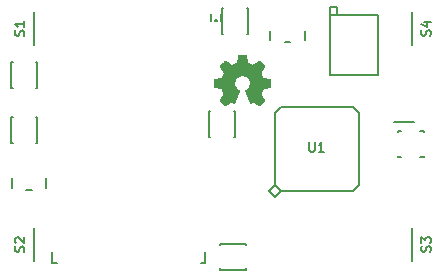
<source format=gto>
G04 #@! TF.FileFunction,Legend,Top*
%FSLAX46Y46*%
G04 Gerber Fmt 4.6, Leading zero omitted, Abs format (unit mm)*
G04 Created by KiCad (PCBNEW (2016-04-26 BZR 6712, Git b92ad6f)-product) date 03/05/2016 22:11:21*
%MOMM*%
%LPD*%
G01*
G04 APERTURE LIST*
%ADD10C,0.100000*%
%ADD11C,0.150000*%
%ADD12C,0.200000*%
%ADD13C,0.160000*%
G04 APERTURE END LIST*
D10*
D11*
X208650000Y-91000000D02*
X206950000Y-91000000D01*
D12*
X197400000Y-89800000D02*
X196900000Y-90300000D01*
X203500000Y-89800000D02*
X204000000Y-90300000D01*
X203500000Y-96900000D02*
X204000000Y-96400000D01*
X196900000Y-96400000D02*
X196900000Y-90300000D01*
X197400000Y-89800000D02*
X203500000Y-89800000D01*
X204000000Y-90300000D02*
X204000000Y-96400000D01*
X203500000Y-96900000D02*
X197400000Y-96900000D01*
X196900000Y-96400000D02*
X196400000Y-96900000D01*
X196400000Y-96900000D02*
X196900000Y-97400000D01*
X196900000Y-97400000D02*
X197400000Y-96900000D01*
X196900000Y-96400000D02*
X197400000Y-96900000D01*
X202151000Y-81965000D02*
X202151000Y-81330000D01*
X202151000Y-81330000D02*
X201516000Y-81330000D01*
X201516000Y-81330000D02*
X201516000Y-81965000D01*
X201516000Y-81965000D02*
X201516000Y-87045000D01*
X201516000Y-87045000D02*
X205580000Y-87045000D01*
X205580000Y-87045000D02*
X205580000Y-81965000D01*
X205580000Y-81965000D02*
X201516000Y-81965000D01*
D11*
X176500000Y-84500000D02*
X176500000Y-81700000D01*
X192000000Y-82500000D02*
X191800000Y-82500000D01*
X191800000Y-82500000D02*
X191800000Y-82400000D01*
X191800000Y-82400000D02*
X192000000Y-82400000D01*
X192000000Y-82400000D02*
X192000000Y-82500000D01*
X191500000Y-82500000D02*
X191500000Y-81900000D01*
X192300000Y-82500000D02*
X192300000Y-81900000D01*
X208500000Y-100000000D02*
X208500000Y-102800000D01*
X176500000Y-102800000D02*
X176500000Y-100000000D01*
X208500000Y-81700000D02*
X208500000Y-84500000D01*
X207600000Y-91800000D02*
X207300000Y-91800000D01*
X207300000Y-91800000D02*
X207300000Y-91900000D01*
X209500000Y-91900000D02*
X209500000Y-91800000D01*
X209500000Y-91800000D02*
X209200000Y-91800000D01*
X209200000Y-94000000D02*
X209500000Y-94000000D01*
X209500000Y-94000000D02*
X209500000Y-93900000D01*
X207300000Y-93900000D02*
X207300000Y-94000000D01*
X207300000Y-94000000D02*
X207600000Y-94000000D01*
D12*
X176300000Y-96800000D02*
X175800000Y-96800000D01*
X174600000Y-96600000D02*
X174600000Y-95800000D01*
X177500000Y-96600000D02*
X177500000Y-95800000D01*
X198200000Y-84300000D02*
X197700000Y-84300000D01*
X196500000Y-84100000D02*
X196500000Y-83300000D01*
X199400000Y-84100000D02*
X199400000Y-83300000D01*
D11*
X194580000Y-81392000D02*
X194480000Y-81392000D01*
X194580000Y-83592000D02*
X194480000Y-83592000D01*
X192380000Y-83592000D02*
X192480000Y-83592000D01*
X192380000Y-81392000D02*
X192480000Y-81392000D01*
X194580000Y-83592000D02*
X194580000Y-81392000D01*
X192380000Y-81392000D02*
X192380000Y-83592000D01*
X193480000Y-90120000D02*
X193380000Y-90120000D01*
X193480000Y-92320000D02*
X193380000Y-92320000D01*
X191280000Y-92320000D02*
X191380000Y-92320000D01*
X191280000Y-90120000D02*
X191380000Y-90120000D01*
X193480000Y-92320000D02*
X193480000Y-90120000D01*
X191280000Y-90120000D02*
X191280000Y-92320000D01*
X174580387Y-88166327D02*
X174680387Y-88166327D01*
X174580387Y-85966327D02*
X174680387Y-85966327D01*
X176780387Y-85966327D02*
X176680387Y-85966327D01*
X176780387Y-88166327D02*
X176680387Y-88166327D01*
X174580387Y-85966327D02*
X174580387Y-88166327D01*
X176780387Y-88166327D02*
X176780387Y-85966327D01*
X192250000Y-101320000D02*
X192250000Y-101420000D01*
X194450000Y-101320000D02*
X194450000Y-101420000D01*
X194450000Y-103520000D02*
X194450000Y-103420000D01*
X192250000Y-103520000D02*
X192250000Y-103420000D01*
X194450000Y-101320000D02*
X192250000Y-101320000D01*
X192250000Y-103520000D02*
X194450000Y-103520000D01*
X176780000Y-90620000D02*
X176680000Y-90620000D01*
X176780000Y-92820000D02*
X176680000Y-92820000D01*
X174580000Y-92820000D02*
X174680000Y-92820000D01*
X174580000Y-90620000D02*
X174680000Y-90620000D01*
X176780000Y-92820000D02*
X176780000Y-90620000D01*
X174580000Y-90620000D02*
X174580000Y-92820000D01*
D10*
G36*
X196465375Y-87736490D02*
X196465366Y-87801372D01*
X196465321Y-87856498D01*
X196465212Y-87902697D01*
X196465012Y-87940797D01*
X196464694Y-87971625D01*
X196464230Y-87996009D01*
X196463592Y-88014778D01*
X196462753Y-88028759D01*
X196461686Y-88038781D01*
X196460363Y-88045671D01*
X196458757Y-88050257D01*
X196456840Y-88053367D01*
X196454792Y-88055625D01*
X196445561Y-88063373D01*
X196439587Y-88066208D01*
X196433308Y-88067183D01*
X196416871Y-88070078D01*
X196390514Y-88074848D01*
X196354478Y-88081450D01*
X196309005Y-88089838D01*
X196254332Y-88099969D01*
X196190702Y-88111797D01*
X196118354Y-88125279D01*
X196037528Y-88140369D01*
X195948464Y-88157025D01*
X195922122Y-88161955D01*
X195893138Y-88167882D01*
X195872942Y-88173325D01*
X195859789Y-88178845D01*
X195852451Y-88184433D01*
X195848077Y-88191938D01*
X195840424Y-88208103D01*
X195829979Y-88231712D01*
X195817227Y-88261549D01*
X195802654Y-88296398D01*
X195786746Y-88335043D01*
X195769988Y-88376269D01*
X195752866Y-88418860D01*
X195735866Y-88461599D01*
X195719474Y-88503272D01*
X195704176Y-88542662D01*
X195690457Y-88578554D01*
X195678803Y-88609731D01*
X195669700Y-88634978D01*
X195663633Y-88653080D01*
X195661089Y-88662819D01*
X195661042Y-88663497D01*
X195662757Y-88669542D01*
X195668116Y-88680362D01*
X195677437Y-88696450D01*
X195691040Y-88718300D01*
X195709243Y-88746407D01*
X195732366Y-88781265D01*
X195760727Y-88823367D01*
X195794646Y-88873209D01*
X195825863Y-88918793D01*
X195856837Y-88964076D01*
X195886007Y-89007019D01*
X195912816Y-89046783D01*
X195936708Y-89082529D01*
X195957127Y-89113417D01*
X195973516Y-89138608D01*
X195985319Y-89157263D01*
X195991981Y-89168542D01*
X195993270Y-89171377D01*
X195992949Y-89174884D01*
X195990455Y-89180092D01*
X195985261Y-89187564D01*
X195976842Y-89197861D01*
X195964673Y-89211545D01*
X195948227Y-89229177D01*
X195926979Y-89251319D01*
X195900403Y-89278532D01*
X195867973Y-89311379D01*
X195829164Y-89350420D01*
X195783450Y-89396218D01*
X195773419Y-89406252D01*
X195726350Y-89453266D01*
X195686147Y-89493282D01*
X195652241Y-89526831D01*
X195624060Y-89554446D01*
X195601035Y-89576659D01*
X195582598Y-89594002D01*
X195568177Y-89607009D01*
X195557203Y-89616211D01*
X195549107Y-89622140D01*
X195543319Y-89625330D01*
X195539268Y-89626312D01*
X195538020Y-89626209D01*
X195530900Y-89622737D01*
X195516107Y-89613888D01*
X195494657Y-89600326D01*
X195467567Y-89582714D01*
X195435856Y-89561715D01*
X195400539Y-89537992D01*
X195362634Y-89512208D01*
X195352272Y-89505105D01*
X195311116Y-89476855D01*
X195270001Y-89448646D01*
X195230372Y-89421467D01*
X195193676Y-89396310D01*
X195161357Y-89374166D01*
X195134863Y-89356026D01*
X195115638Y-89342882D01*
X195115551Y-89342822D01*
X195091993Y-89327254D01*
X195070700Y-89314138D01*
X195053551Y-89304563D01*
X195042425Y-89299615D01*
X195040152Y-89299175D01*
X195032355Y-89301581D01*
X195016718Y-89308326D01*
X194994707Y-89318708D01*
X194967787Y-89332024D01*
X194937424Y-89347571D01*
X194918720Y-89357383D01*
X194887275Y-89373859D01*
X194858682Y-89388525D01*
X194834348Y-89400686D01*
X194815679Y-89409645D01*
X194804081Y-89414706D01*
X194801102Y-89415583D01*
X194792724Y-89411534D01*
X194785614Y-89403621D01*
X194782545Y-89397164D01*
X194775721Y-89381588D01*
X194765419Y-89357557D01*
X194751918Y-89325737D01*
X194735498Y-89286792D01*
X194716437Y-89241387D01*
X194695014Y-89190188D01*
X194671507Y-89133858D01*
X194646195Y-89073063D01*
X194619357Y-89008468D01*
X194591272Y-88940737D01*
X194568714Y-88886243D01*
X194530802Y-88794439D01*
X194496961Y-88712176D01*
X194467114Y-88639258D01*
X194441184Y-88575490D01*
X194419092Y-88520678D01*
X194400761Y-88474625D01*
X194386114Y-88437138D01*
X194375071Y-88408020D01*
X194367556Y-88387076D01*
X194363491Y-88374112D01*
X194362708Y-88369140D01*
X194368951Y-88360034D01*
X194382677Y-88347959D01*
X194400893Y-88335305D01*
X194435619Y-88312275D01*
X194472062Y-88286135D01*
X194507617Y-88258894D01*
X194539677Y-88232558D01*
X194565638Y-88209137D01*
X194569439Y-88205408D01*
X194623331Y-88144469D01*
X194668465Y-88078410D01*
X194704778Y-88008140D01*
X194732206Y-87934566D01*
X194750687Y-87858595D01*
X194760158Y-87781137D01*
X194760556Y-87703098D01*
X194751819Y-87625387D01*
X194733883Y-87548911D01*
X194706686Y-87474579D01*
X194670164Y-87403297D01*
X194629208Y-87342420D01*
X194574132Y-87278221D01*
X194512986Y-87222552D01*
X194446316Y-87175686D01*
X194374667Y-87137894D01*
X194298587Y-87109446D01*
X194218620Y-87090615D01*
X194135315Y-87081671D01*
X194102646Y-87080921D01*
X194017759Y-87085872D01*
X193936661Y-87100691D01*
X193859479Y-87125327D01*
X193786338Y-87159730D01*
X193717365Y-87203849D01*
X193652688Y-87257634D01*
X193646441Y-87263561D01*
X193588903Y-87325595D01*
X193541023Y-87391955D01*
X193502791Y-87462662D01*
X193474197Y-87537740D01*
X193455232Y-87617209D01*
X193445886Y-87701091D01*
X193445377Y-87712312D01*
X193446360Y-87793171D01*
X193455923Y-87869031D01*
X193474425Y-87941556D01*
X193502225Y-88012413D01*
X193516261Y-88041112D01*
X193552860Y-88103314D01*
X193596462Y-88161255D01*
X193647885Y-88215771D01*
X193707948Y-88267698D01*
X193777469Y-88317871D01*
X193804399Y-88335305D01*
X193823407Y-88348573D01*
X193836822Y-88360548D01*
X193842583Y-88369140D01*
X193841503Y-88375213D01*
X193837042Y-88389093D01*
X193829122Y-88410974D01*
X193817665Y-88441053D01*
X193802594Y-88479524D01*
X193783831Y-88526582D01*
X193761298Y-88582423D01*
X193734918Y-88647242D01*
X193704612Y-88721234D01*
X193670303Y-88804594D01*
X193636577Y-88886243D01*
X193607714Y-88955956D01*
X193579880Y-89023050D01*
X193553356Y-89086862D01*
X193528419Y-89146727D01*
X193505349Y-89201979D01*
X193484424Y-89251954D01*
X193465923Y-89295987D01*
X193450125Y-89333413D01*
X193437308Y-89363567D01*
X193427752Y-89385785D01*
X193421734Y-89399401D01*
X193419677Y-89403621D01*
X193411222Y-89412573D01*
X193404189Y-89415583D01*
X193397509Y-89413193D01*
X193382913Y-89406489D01*
X193361808Y-89396165D01*
X193335601Y-89382919D01*
X193305699Y-89367445D01*
X193286572Y-89357383D01*
X193254877Y-89340859D01*
X193225772Y-89326157D01*
X193200721Y-89313980D01*
X193181191Y-89305030D01*
X193168647Y-89300009D01*
X193165140Y-89299175D01*
X193156825Y-89302057D01*
X193141766Y-89309985D01*
X193121841Y-89321871D01*
X193098930Y-89336626D01*
X193089740Y-89342822D01*
X193070561Y-89355935D01*
X193044104Y-89374049D01*
X193011815Y-89396173D01*
X192975140Y-89421315D01*
X192935524Y-89448486D01*
X192894413Y-89476692D01*
X192853253Y-89504944D01*
X192853020Y-89505105D01*
X192814599Y-89531324D01*
X192778497Y-89555659D01*
X192745729Y-89577445D01*
X192717314Y-89596021D01*
X192694269Y-89610722D01*
X192677610Y-89620886D01*
X192668355Y-89625849D01*
X192667271Y-89626209D01*
X192663751Y-89625953D01*
X192658717Y-89623700D01*
X192651602Y-89618917D01*
X192641834Y-89611073D01*
X192628845Y-89599634D01*
X192612063Y-89584069D01*
X192590921Y-89563846D01*
X192564847Y-89538431D01*
X192533273Y-89507292D01*
X192495628Y-89469897D01*
X192451342Y-89425714D01*
X192431872Y-89406252D01*
X192384667Y-89358986D01*
X192344474Y-89318590D01*
X192310771Y-89284504D01*
X192283033Y-89256168D01*
X192260735Y-89233023D01*
X192243354Y-89214508D01*
X192230366Y-89200064D01*
X192221247Y-89189132D01*
X192215471Y-89181152D01*
X192212516Y-89175563D01*
X192211857Y-89171807D01*
X192211922Y-89171377D01*
X192215320Y-89164775D01*
X192224186Y-89150311D01*
X192237965Y-89128824D01*
X192256101Y-89101153D01*
X192278038Y-89068137D01*
X192303219Y-89030615D01*
X192331089Y-88989427D01*
X192361091Y-88945411D01*
X192379328Y-88918802D01*
X192417905Y-88862476D01*
X192450668Y-88814279D01*
X192477940Y-88773716D01*
X192500041Y-88740289D01*
X192517291Y-88713504D01*
X192530010Y-88692864D01*
X192538519Y-88677872D01*
X192543139Y-88668034D01*
X192544250Y-88663506D01*
X192542289Y-88655156D01*
X192536732Y-88638258D01*
X192528063Y-88614028D01*
X192516770Y-88583680D01*
X192503336Y-88548432D01*
X192488248Y-88509499D01*
X192471993Y-88468097D01*
X192455055Y-88425441D01*
X192437920Y-88382748D01*
X192421075Y-88341233D01*
X192405005Y-88302112D01*
X192390195Y-88266601D01*
X192377132Y-88235916D01*
X192366301Y-88211272D01*
X192358188Y-88193886D01*
X192353279Y-88184973D01*
X192352841Y-88184433D01*
X192344601Y-88178351D01*
X192330916Y-88172863D01*
X192310039Y-88167405D01*
X192283169Y-88161962D01*
X192198200Y-88146076D01*
X192119551Y-88131395D01*
X192047642Y-88117995D01*
X191982896Y-88105956D01*
X191925734Y-88095354D01*
X191876579Y-88086268D01*
X191835853Y-88078777D01*
X191803978Y-88072958D01*
X191781375Y-88068888D01*
X191768466Y-88066648D01*
X191765448Y-88066208D01*
X191758870Y-88062823D01*
X191750500Y-88055625D01*
X191748275Y-88053139D01*
X191746385Y-88049935D01*
X191744804Y-88045185D01*
X191743505Y-88038060D01*
X191742458Y-88027733D01*
X191741638Y-88013376D01*
X191741016Y-87994160D01*
X191740565Y-87969258D01*
X191740258Y-87937842D01*
X191740067Y-87899084D01*
X191739965Y-87852156D01*
X191739924Y-87796230D01*
X191739917Y-87736490D01*
X191739958Y-87669134D01*
X191740095Y-87611632D01*
X191740342Y-87563257D01*
X191740715Y-87523282D01*
X191741232Y-87490977D01*
X191741907Y-87465615D01*
X191742757Y-87446468D01*
X191743798Y-87432807D01*
X191745046Y-87423905D01*
X191746517Y-87419033D01*
X191746941Y-87418332D01*
X191757110Y-87411346D01*
X191776193Y-87404910D01*
X191790597Y-87401699D01*
X191803052Y-87399339D01*
X191824739Y-87395264D01*
X191854484Y-87389692D01*
X191891115Y-87382843D01*
X191933459Y-87374936D01*
X191980341Y-87366190D01*
X192030590Y-87356824D01*
X192083032Y-87347058D01*
X192089167Y-87345916D01*
X192140754Y-87336212D01*
X192189424Y-87326860D01*
X192234136Y-87318075D01*
X192273848Y-87310070D01*
X192307519Y-87303059D01*
X192334110Y-87297255D01*
X192352579Y-87292873D01*
X192361885Y-87290125D01*
X192362558Y-87289789D01*
X192367164Y-87283351D01*
X192375237Y-87268318D01*
X192386255Y-87245898D01*
X192399695Y-87217300D01*
X192415037Y-87183730D01*
X192431759Y-87146399D01*
X192449339Y-87106512D01*
X192467256Y-87065280D01*
X192484988Y-87023909D01*
X192502013Y-86983609D01*
X192517810Y-86945586D01*
X192531858Y-86911050D01*
X192543634Y-86881209D01*
X192552617Y-86857269D01*
X192558285Y-86840441D01*
X192560125Y-86832185D01*
X192558807Y-86826674D01*
X192554606Y-86817494D01*
X192547150Y-86804069D01*
X192536069Y-86785825D01*
X192520992Y-86762185D01*
X192501547Y-86732574D01*
X192477363Y-86696419D01*
X192448070Y-86653142D01*
X192413296Y-86602168D01*
X192387182Y-86564058D01*
X192355450Y-86517662D01*
X192325518Y-86473605D01*
X192297927Y-86432702D01*
X192273219Y-86395771D01*
X192251935Y-86363629D01*
X192234617Y-86337092D01*
X192221807Y-86316978D01*
X192214045Y-86304104D01*
X192211838Y-86299581D01*
X192212243Y-86296018D01*
X192214909Y-86290663D01*
X192220358Y-86282956D01*
X192229115Y-86272339D01*
X192241703Y-86258253D01*
X192258646Y-86240138D01*
X192280466Y-86217436D01*
X192307689Y-86189588D01*
X192340836Y-86156035D01*
X192380432Y-86116218D01*
X192427000Y-86069578D01*
X192431153Y-86065424D01*
X192484937Y-86011815D01*
X192531502Y-85965776D01*
X192570936Y-85927224D01*
X192603328Y-85896073D01*
X192628768Y-85872240D01*
X192647343Y-85855639D01*
X192659143Y-85846186D01*
X192663885Y-85843708D01*
X192670137Y-85846637D01*
X192684286Y-85855073D01*
X192705535Y-85868490D01*
X192733085Y-85886362D01*
X192766138Y-85908163D01*
X192803897Y-85933367D01*
X192845563Y-85961447D01*
X192890338Y-85991879D01*
X192933603Y-86021508D01*
X192990744Y-86060697D01*
X193039801Y-86094152D01*
X193081339Y-86122237D01*
X193115924Y-86145319D01*
X193144118Y-86163762D01*
X193166488Y-86177933D01*
X193183598Y-86188195D01*
X193196013Y-86194916D01*
X193204297Y-86198461D01*
X193208268Y-86199255D01*
X193217328Y-86197249D01*
X193234653Y-86191600D01*
X193259008Y-86182816D01*
X193289158Y-86171409D01*
X193323868Y-86157885D01*
X193361901Y-86142756D01*
X193402023Y-86126531D01*
X193442998Y-86109717D01*
X193483591Y-86092826D01*
X193522567Y-86076366D01*
X193558690Y-86060846D01*
X193590725Y-86046776D01*
X193617437Y-86034666D01*
X193637590Y-86025023D01*
X193649949Y-86018358D01*
X193653265Y-86015795D01*
X193655483Y-86008763D01*
X193659409Y-85992269D01*
X193664850Y-85967265D01*
X193671616Y-85934700D01*
X193679513Y-85895525D01*
X193688351Y-85850691D01*
X193697937Y-85801147D01*
X193708080Y-85747845D01*
X193717382Y-85698220D01*
X193730259Y-85629387D01*
X193741448Y-85570391D01*
X193751074Y-85520639D01*
X193759260Y-85479541D01*
X193766130Y-85446507D01*
X193771809Y-85420943D01*
X193776421Y-85402261D01*
X193780090Y-85389867D01*
X193782940Y-85383173D01*
X193783790Y-85382042D01*
X193786305Y-85380085D01*
X193790171Y-85378422D01*
X193796204Y-85377030D01*
X193805224Y-85375885D01*
X193818050Y-85374963D01*
X193835498Y-85374240D01*
X193858388Y-85373692D01*
X193887537Y-85373296D01*
X193923765Y-85373028D01*
X193967889Y-85372863D01*
X194020727Y-85372779D01*
X194083099Y-85372751D01*
X194102646Y-85372750D01*
X194167642Y-85372758D01*
X194222881Y-85372803D01*
X194269189Y-85372911D01*
X194307394Y-85373110D01*
X194338322Y-85373427D01*
X194362799Y-85373889D01*
X194381652Y-85374523D01*
X194395707Y-85375358D01*
X194405790Y-85376419D01*
X194412729Y-85377736D01*
X194417350Y-85379334D01*
X194420479Y-85381241D01*
X194422792Y-85383333D01*
X194430568Y-85392897D01*
X194433375Y-85399442D01*
X194434355Y-85407663D01*
X194437151Y-85424951D01*
X194441545Y-85450180D01*
X194447321Y-85482222D01*
X194454261Y-85519950D01*
X194462149Y-85562236D01*
X194470767Y-85607954D01*
X194479899Y-85655976D01*
X194489327Y-85705175D01*
X194498834Y-85754424D01*
X194508204Y-85802594D01*
X194517219Y-85848560D01*
X194525661Y-85891193D01*
X194533315Y-85929366D01*
X194539964Y-85961953D01*
X194545389Y-85987825D01*
X194549374Y-86005856D01*
X194551702Y-86014918D01*
X194552022Y-86015687D01*
X194558384Y-86020032D01*
X194573375Y-86027703D01*
X194595761Y-86038191D01*
X194624307Y-86050985D01*
X194657779Y-86065577D01*
X194694942Y-86081458D01*
X194734561Y-86098118D01*
X194775402Y-86115047D01*
X194816230Y-86131737D01*
X194855811Y-86147677D01*
X194892909Y-86162360D01*
X194926292Y-86175274D01*
X194954722Y-86185912D01*
X194976968Y-86193763D01*
X194991792Y-86198319D01*
X194997030Y-86199275D01*
X195000211Y-86199097D01*
X195003925Y-86198307D01*
X195008728Y-86196537D01*
X195015176Y-86193420D01*
X195023827Y-86188588D01*
X195035238Y-86181674D01*
X195049964Y-86172311D01*
X195068563Y-86160132D01*
X195091592Y-86144770D01*
X195119608Y-86125856D01*
X195153166Y-86103025D01*
X195192824Y-86075908D01*
X195239139Y-86044139D01*
X195292666Y-86007350D01*
X195353964Y-85965173D01*
X195401252Y-85932621D01*
X195434360Y-85910076D01*
X195465072Y-85889634D01*
X195492203Y-85872048D01*
X195514566Y-85858071D01*
X195530975Y-85848454D01*
X195540244Y-85843950D01*
X195541410Y-85843708D01*
X195547591Y-85847225D01*
X195560484Y-85857831D01*
X195580178Y-85875610D01*
X195606760Y-85900644D01*
X195640315Y-85933016D01*
X195680931Y-85972808D01*
X195728695Y-86020104D01*
X195774138Y-86065424D01*
X195821303Y-86112651D01*
X195861454Y-86153009D01*
X195895112Y-86187057D01*
X195922802Y-86215353D01*
X195945047Y-86238458D01*
X195962371Y-86256929D01*
X195975298Y-86271325D01*
X195984349Y-86282206D01*
X195990050Y-86290130D01*
X195992924Y-86295657D01*
X195993494Y-86299345D01*
X195993455Y-86299581D01*
X195990086Y-86306131D01*
X195981238Y-86320569D01*
X195967455Y-86342079D01*
X195949276Y-86369844D01*
X195927244Y-86403046D01*
X195901900Y-86440869D01*
X195873785Y-86482496D01*
X195843441Y-86527110D01*
X195818111Y-86564132D01*
X195779461Y-86620599D01*
X195746540Y-86668985D01*
X195718982Y-86709860D01*
X195696418Y-86743793D01*
X195678482Y-86771354D01*
X195664806Y-86793113D01*
X195655023Y-86809638D01*
X195648765Y-86821501D01*
X195645664Y-86829270D01*
X195645167Y-86832258D01*
X195647243Y-86841286D01*
X195653125Y-86858562D01*
X195662290Y-86882876D01*
X195674217Y-86913022D01*
X195688384Y-86947791D01*
X195704270Y-86985975D01*
X195721352Y-87026366D01*
X195739110Y-87067756D01*
X195757022Y-87108937D01*
X195774565Y-87148701D01*
X195791219Y-87185840D01*
X195806461Y-87219145D01*
X195819771Y-87247409D01*
X195830626Y-87269424D01*
X195838504Y-87283981D01*
X195842734Y-87289789D01*
X195850071Y-87292182D01*
X195866781Y-87296253D01*
X195891821Y-87301788D01*
X195924152Y-87308573D01*
X195962733Y-87316396D01*
X196006523Y-87325041D01*
X196054480Y-87334296D01*
X196105565Y-87343946D01*
X196116125Y-87345916D01*
X196168744Y-87355715D01*
X196219305Y-87365138D01*
X196266636Y-87373966D01*
X196309563Y-87381981D01*
X196346912Y-87388964D01*
X196377511Y-87394694D01*
X196400187Y-87398953D01*
X196413766Y-87401521D01*
X196414694Y-87401699D01*
X196438159Y-87407527D01*
X196453672Y-87414273D01*
X196458350Y-87418332D01*
X196459882Y-87422268D01*
X196461187Y-87430043D01*
X196462281Y-87442385D01*
X196463179Y-87460024D01*
X196463899Y-87483686D01*
X196464455Y-87514101D01*
X196464865Y-87551995D01*
X196465143Y-87598097D01*
X196465307Y-87653136D01*
X196465372Y-87717838D01*
X196465375Y-87736490D01*
X196465375Y-87736490D01*
X196465375Y-87736490D01*
G37*
X196465375Y-87736490D02*
X196465366Y-87801372D01*
X196465321Y-87856498D01*
X196465212Y-87902697D01*
X196465012Y-87940797D01*
X196464694Y-87971625D01*
X196464230Y-87996009D01*
X196463592Y-88014778D01*
X196462753Y-88028759D01*
X196461686Y-88038781D01*
X196460363Y-88045671D01*
X196458757Y-88050257D01*
X196456840Y-88053367D01*
X196454792Y-88055625D01*
X196445561Y-88063373D01*
X196439587Y-88066208D01*
X196433308Y-88067183D01*
X196416871Y-88070078D01*
X196390514Y-88074848D01*
X196354478Y-88081450D01*
X196309005Y-88089838D01*
X196254332Y-88099969D01*
X196190702Y-88111797D01*
X196118354Y-88125279D01*
X196037528Y-88140369D01*
X195948464Y-88157025D01*
X195922122Y-88161955D01*
X195893138Y-88167882D01*
X195872942Y-88173325D01*
X195859789Y-88178845D01*
X195852451Y-88184433D01*
X195848077Y-88191938D01*
X195840424Y-88208103D01*
X195829979Y-88231712D01*
X195817227Y-88261549D01*
X195802654Y-88296398D01*
X195786746Y-88335043D01*
X195769988Y-88376269D01*
X195752866Y-88418860D01*
X195735866Y-88461599D01*
X195719474Y-88503272D01*
X195704176Y-88542662D01*
X195690457Y-88578554D01*
X195678803Y-88609731D01*
X195669700Y-88634978D01*
X195663633Y-88653080D01*
X195661089Y-88662819D01*
X195661042Y-88663497D01*
X195662757Y-88669542D01*
X195668116Y-88680362D01*
X195677437Y-88696450D01*
X195691040Y-88718300D01*
X195709243Y-88746407D01*
X195732366Y-88781265D01*
X195760727Y-88823367D01*
X195794646Y-88873209D01*
X195825863Y-88918793D01*
X195856837Y-88964076D01*
X195886007Y-89007019D01*
X195912816Y-89046783D01*
X195936708Y-89082529D01*
X195957127Y-89113417D01*
X195973516Y-89138608D01*
X195985319Y-89157263D01*
X195991981Y-89168542D01*
X195993270Y-89171377D01*
X195992949Y-89174884D01*
X195990455Y-89180092D01*
X195985261Y-89187564D01*
X195976842Y-89197861D01*
X195964673Y-89211545D01*
X195948227Y-89229177D01*
X195926979Y-89251319D01*
X195900403Y-89278532D01*
X195867973Y-89311379D01*
X195829164Y-89350420D01*
X195783450Y-89396218D01*
X195773419Y-89406252D01*
X195726350Y-89453266D01*
X195686147Y-89493282D01*
X195652241Y-89526831D01*
X195624060Y-89554446D01*
X195601035Y-89576659D01*
X195582598Y-89594002D01*
X195568177Y-89607009D01*
X195557203Y-89616211D01*
X195549107Y-89622140D01*
X195543319Y-89625330D01*
X195539268Y-89626312D01*
X195538020Y-89626209D01*
X195530900Y-89622737D01*
X195516107Y-89613888D01*
X195494657Y-89600326D01*
X195467567Y-89582714D01*
X195435856Y-89561715D01*
X195400539Y-89537992D01*
X195362634Y-89512208D01*
X195352272Y-89505105D01*
X195311116Y-89476855D01*
X195270001Y-89448646D01*
X195230372Y-89421467D01*
X195193676Y-89396310D01*
X195161357Y-89374166D01*
X195134863Y-89356026D01*
X195115638Y-89342882D01*
X195115551Y-89342822D01*
X195091993Y-89327254D01*
X195070700Y-89314138D01*
X195053551Y-89304563D01*
X195042425Y-89299615D01*
X195040152Y-89299175D01*
X195032355Y-89301581D01*
X195016718Y-89308326D01*
X194994707Y-89318708D01*
X194967787Y-89332024D01*
X194937424Y-89347571D01*
X194918720Y-89357383D01*
X194887275Y-89373859D01*
X194858682Y-89388525D01*
X194834348Y-89400686D01*
X194815679Y-89409645D01*
X194804081Y-89414706D01*
X194801102Y-89415583D01*
X194792724Y-89411534D01*
X194785614Y-89403621D01*
X194782545Y-89397164D01*
X194775721Y-89381588D01*
X194765419Y-89357557D01*
X194751918Y-89325737D01*
X194735498Y-89286792D01*
X194716437Y-89241387D01*
X194695014Y-89190188D01*
X194671507Y-89133858D01*
X194646195Y-89073063D01*
X194619357Y-89008468D01*
X194591272Y-88940737D01*
X194568714Y-88886243D01*
X194530802Y-88794439D01*
X194496961Y-88712176D01*
X194467114Y-88639258D01*
X194441184Y-88575490D01*
X194419092Y-88520678D01*
X194400761Y-88474625D01*
X194386114Y-88437138D01*
X194375071Y-88408020D01*
X194367556Y-88387076D01*
X194363491Y-88374112D01*
X194362708Y-88369140D01*
X194368951Y-88360034D01*
X194382677Y-88347959D01*
X194400893Y-88335305D01*
X194435619Y-88312275D01*
X194472062Y-88286135D01*
X194507617Y-88258894D01*
X194539677Y-88232558D01*
X194565638Y-88209137D01*
X194569439Y-88205408D01*
X194623331Y-88144469D01*
X194668465Y-88078410D01*
X194704778Y-88008140D01*
X194732206Y-87934566D01*
X194750687Y-87858595D01*
X194760158Y-87781137D01*
X194760556Y-87703098D01*
X194751819Y-87625387D01*
X194733883Y-87548911D01*
X194706686Y-87474579D01*
X194670164Y-87403297D01*
X194629208Y-87342420D01*
X194574132Y-87278221D01*
X194512986Y-87222552D01*
X194446316Y-87175686D01*
X194374667Y-87137894D01*
X194298587Y-87109446D01*
X194218620Y-87090615D01*
X194135315Y-87081671D01*
X194102646Y-87080921D01*
X194017759Y-87085872D01*
X193936661Y-87100691D01*
X193859479Y-87125327D01*
X193786338Y-87159730D01*
X193717365Y-87203849D01*
X193652688Y-87257634D01*
X193646441Y-87263561D01*
X193588903Y-87325595D01*
X193541023Y-87391955D01*
X193502791Y-87462662D01*
X193474197Y-87537740D01*
X193455232Y-87617209D01*
X193445886Y-87701091D01*
X193445377Y-87712312D01*
X193446360Y-87793171D01*
X193455923Y-87869031D01*
X193474425Y-87941556D01*
X193502225Y-88012413D01*
X193516261Y-88041112D01*
X193552860Y-88103314D01*
X193596462Y-88161255D01*
X193647885Y-88215771D01*
X193707948Y-88267698D01*
X193777469Y-88317871D01*
X193804399Y-88335305D01*
X193823407Y-88348573D01*
X193836822Y-88360548D01*
X193842583Y-88369140D01*
X193841503Y-88375213D01*
X193837042Y-88389093D01*
X193829122Y-88410974D01*
X193817665Y-88441053D01*
X193802594Y-88479524D01*
X193783831Y-88526582D01*
X193761298Y-88582423D01*
X193734918Y-88647242D01*
X193704612Y-88721234D01*
X193670303Y-88804594D01*
X193636577Y-88886243D01*
X193607714Y-88955956D01*
X193579880Y-89023050D01*
X193553356Y-89086862D01*
X193528419Y-89146727D01*
X193505349Y-89201979D01*
X193484424Y-89251954D01*
X193465923Y-89295987D01*
X193450125Y-89333413D01*
X193437308Y-89363567D01*
X193427752Y-89385785D01*
X193421734Y-89399401D01*
X193419677Y-89403621D01*
X193411222Y-89412573D01*
X193404189Y-89415583D01*
X193397509Y-89413193D01*
X193382913Y-89406489D01*
X193361808Y-89396165D01*
X193335601Y-89382919D01*
X193305699Y-89367445D01*
X193286572Y-89357383D01*
X193254877Y-89340859D01*
X193225772Y-89326157D01*
X193200721Y-89313980D01*
X193181191Y-89305030D01*
X193168647Y-89300009D01*
X193165140Y-89299175D01*
X193156825Y-89302057D01*
X193141766Y-89309985D01*
X193121841Y-89321871D01*
X193098930Y-89336626D01*
X193089740Y-89342822D01*
X193070561Y-89355935D01*
X193044104Y-89374049D01*
X193011815Y-89396173D01*
X192975140Y-89421315D01*
X192935524Y-89448486D01*
X192894413Y-89476692D01*
X192853253Y-89504944D01*
X192853020Y-89505105D01*
X192814599Y-89531324D01*
X192778497Y-89555659D01*
X192745729Y-89577445D01*
X192717314Y-89596021D01*
X192694269Y-89610722D01*
X192677610Y-89620886D01*
X192668355Y-89625849D01*
X192667271Y-89626209D01*
X192663751Y-89625953D01*
X192658717Y-89623700D01*
X192651602Y-89618917D01*
X192641834Y-89611073D01*
X192628845Y-89599634D01*
X192612063Y-89584069D01*
X192590921Y-89563846D01*
X192564847Y-89538431D01*
X192533273Y-89507292D01*
X192495628Y-89469897D01*
X192451342Y-89425714D01*
X192431872Y-89406252D01*
X192384667Y-89358986D01*
X192344474Y-89318590D01*
X192310771Y-89284504D01*
X192283033Y-89256168D01*
X192260735Y-89233023D01*
X192243354Y-89214508D01*
X192230366Y-89200064D01*
X192221247Y-89189132D01*
X192215471Y-89181152D01*
X192212516Y-89175563D01*
X192211857Y-89171807D01*
X192211922Y-89171377D01*
X192215320Y-89164775D01*
X192224186Y-89150311D01*
X192237965Y-89128824D01*
X192256101Y-89101153D01*
X192278038Y-89068137D01*
X192303219Y-89030615D01*
X192331089Y-88989427D01*
X192361091Y-88945411D01*
X192379328Y-88918802D01*
X192417905Y-88862476D01*
X192450668Y-88814279D01*
X192477940Y-88773716D01*
X192500041Y-88740289D01*
X192517291Y-88713504D01*
X192530010Y-88692864D01*
X192538519Y-88677872D01*
X192543139Y-88668034D01*
X192544250Y-88663506D01*
X192542289Y-88655156D01*
X192536732Y-88638258D01*
X192528063Y-88614028D01*
X192516770Y-88583680D01*
X192503336Y-88548432D01*
X192488248Y-88509499D01*
X192471993Y-88468097D01*
X192455055Y-88425441D01*
X192437920Y-88382748D01*
X192421075Y-88341233D01*
X192405005Y-88302112D01*
X192390195Y-88266601D01*
X192377132Y-88235916D01*
X192366301Y-88211272D01*
X192358188Y-88193886D01*
X192353279Y-88184973D01*
X192352841Y-88184433D01*
X192344601Y-88178351D01*
X192330916Y-88172863D01*
X192310039Y-88167405D01*
X192283169Y-88161962D01*
X192198200Y-88146076D01*
X192119551Y-88131395D01*
X192047642Y-88117995D01*
X191982896Y-88105956D01*
X191925734Y-88095354D01*
X191876579Y-88086268D01*
X191835853Y-88078777D01*
X191803978Y-88072958D01*
X191781375Y-88068888D01*
X191768466Y-88066648D01*
X191765448Y-88066208D01*
X191758870Y-88062823D01*
X191750500Y-88055625D01*
X191748275Y-88053139D01*
X191746385Y-88049935D01*
X191744804Y-88045185D01*
X191743505Y-88038060D01*
X191742458Y-88027733D01*
X191741638Y-88013376D01*
X191741016Y-87994160D01*
X191740565Y-87969258D01*
X191740258Y-87937842D01*
X191740067Y-87899084D01*
X191739965Y-87852156D01*
X191739924Y-87796230D01*
X191739917Y-87736490D01*
X191739958Y-87669134D01*
X191740095Y-87611632D01*
X191740342Y-87563257D01*
X191740715Y-87523282D01*
X191741232Y-87490977D01*
X191741907Y-87465615D01*
X191742757Y-87446468D01*
X191743798Y-87432807D01*
X191745046Y-87423905D01*
X191746517Y-87419033D01*
X191746941Y-87418332D01*
X191757110Y-87411346D01*
X191776193Y-87404910D01*
X191790597Y-87401699D01*
X191803052Y-87399339D01*
X191824739Y-87395264D01*
X191854484Y-87389692D01*
X191891115Y-87382843D01*
X191933459Y-87374936D01*
X191980341Y-87366190D01*
X192030590Y-87356824D01*
X192083032Y-87347058D01*
X192089167Y-87345916D01*
X192140754Y-87336212D01*
X192189424Y-87326860D01*
X192234136Y-87318075D01*
X192273848Y-87310070D01*
X192307519Y-87303059D01*
X192334110Y-87297255D01*
X192352579Y-87292873D01*
X192361885Y-87290125D01*
X192362558Y-87289789D01*
X192367164Y-87283351D01*
X192375237Y-87268318D01*
X192386255Y-87245898D01*
X192399695Y-87217300D01*
X192415037Y-87183730D01*
X192431759Y-87146399D01*
X192449339Y-87106512D01*
X192467256Y-87065280D01*
X192484988Y-87023909D01*
X192502013Y-86983609D01*
X192517810Y-86945586D01*
X192531858Y-86911050D01*
X192543634Y-86881209D01*
X192552617Y-86857269D01*
X192558285Y-86840441D01*
X192560125Y-86832185D01*
X192558807Y-86826674D01*
X192554606Y-86817494D01*
X192547150Y-86804069D01*
X192536069Y-86785825D01*
X192520992Y-86762185D01*
X192501547Y-86732574D01*
X192477363Y-86696419D01*
X192448070Y-86653142D01*
X192413296Y-86602168D01*
X192387182Y-86564058D01*
X192355450Y-86517662D01*
X192325518Y-86473605D01*
X192297927Y-86432702D01*
X192273219Y-86395771D01*
X192251935Y-86363629D01*
X192234617Y-86337092D01*
X192221807Y-86316978D01*
X192214045Y-86304104D01*
X192211838Y-86299581D01*
X192212243Y-86296018D01*
X192214909Y-86290663D01*
X192220358Y-86282956D01*
X192229115Y-86272339D01*
X192241703Y-86258253D01*
X192258646Y-86240138D01*
X192280466Y-86217436D01*
X192307689Y-86189588D01*
X192340836Y-86156035D01*
X192380432Y-86116218D01*
X192427000Y-86069578D01*
X192431153Y-86065424D01*
X192484937Y-86011815D01*
X192531502Y-85965776D01*
X192570936Y-85927224D01*
X192603328Y-85896073D01*
X192628768Y-85872240D01*
X192647343Y-85855639D01*
X192659143Y-85846186D01*
X192663885Y-85843708D01*
X192670137Y-85846637D01*
X192684286Y-85855073D01*
X192705535Y-85868490D01*
X192733085Y-85886362D01*
X192766138Y-85908163D01*
X192803897Y-85933367D01*
X192845563Y-85961447D01*
X192890338Y-85991879D01*
X192933603Y-86021508D01*
X192990744Y-86060697D01*
X193039801Y-86094152D01*
X193081339Y-86122237D01*
X193115924Y-86145319D01*
X193144118Y-86163762D01*
X193166488Y-86177933D01*
X193183598Y-86188195D01*
X193196013Y-86194916D01*
X193204297Y-86198461D01*
X193208268Y-86199255D01*
X193217328Y-86197249D01*
X193234653Y-86191600D01*
X193259008Y-86182816D01*
X193289158Y-86171409D01*
X193323868Y-86157885D01*
X193361901Y-86142756D01*
X193402023Y-86126531D01*
X193442998Y-86109717D01*
X193483591Y-86092826D01*
X193522567Y-86076366D01*
X193558690Y-86060846D01*
X193590725Y-86046776D01*
X193617437Y-86034666D01*
X193637590Y-86025023D01*
X193649949Y-86018358D01*
X193653265Y-86015795D01*
X193655483Y-86008763D01*
X193659409Y-85992269D01*
X193664850Y-85967265D01*
X193671616Y-85934700D01*
X193679513Y-85895525D01*
X193688351Y-85850691D01*
X193697937Y-85801147D01*
X193708080Y-85747845D01*
X193717382Y-85698220D01*
X193730259Y-85629387D01*
X193741448Y-85570391D01*
X193751074Y-85520639D01*
X193759260Y-85479541D01*
X193766130Y-85446507D01*
X193771809Y-85420943D01*
X193776421Y-85402261D01*
X193780090Y-85389867D01*
X193782940Y-85383173D01*
X193783790Y-85382042D01*
X193786305Y-85380085D01*
X193790171Y-85378422D01*
X193796204Y-85377030D01*
X193805224Y-85375885D01*
X193818050Y-85374963D01*
X193835498Y-85374240D01*
X193858388Y-85373692D01*
X193887537Y-85373296D01*
X193923765Y-85373028D01*
X193967889Y-85372863D01*
X194020727Y-85372779D01*
X194083099Y-85372751D01*
X194102646Y-85372750D01*
X194167642Y-85372758D01*
X194222881Y-85372803D01*
X194269189Y-85372911D01*
X194307394Y-85373110D01*
X194338322Y-85373427D01*
X194362799Y-85373889D01*
X194381652Y-85374523D01*
X194395707Y-85375358D01*
X194405790Y-85376419D01*
X194412729Y-85377736D01*
X194417350Y-85379334D01*
X194420479Y-85381241D01*
X194422792Y-85383333D01*
X194430568Y-85392897D01*
X194433375Y-85399442D01*
X194434355Y-85407663D01*
X194437151Y-85424951D01*
X194441545Y-85450180D01*
X194447321Y-85482222D01*
X194454261Y-85519950D01*
X194462149Y-85562236D01*
X194470767Y-85607954D01*
X194479899Y-85655976D01*
X194489327Y-85705175D01*
X194498834Y-85754424D01*
X194508204Y-85802594D01*
X194517219Y-85848560D01*
X194525661Y-85891193D01*
X194533315Y-85929366D01*
X194539964Y-85961953D01*
X194545389Y-85987825D01*
X194549374Y-86005856D01*
X194551702Y-86014918D01*
X194552022Y-86015687D01*
X194558384Y-86020032D01*
X194573375Y-86027703D01*
X194595761Y-86038191D01*
X194624307Y-86050985D01*
X194657779Y-86065577D01*
X194694942Y-86081458D01*
X194734561Y-86098118D01*
X194775402Y-86115047D01*
X194816230Y-86131737D01*
X194855811Y-86147677D01*
X194892909Y-86162360D01*
X194926292Y-86175274D01*
X194954722Y-86185912D01*
X194976968Y-86193763D01*
X194991792Y-86198319D01*
X194997030Y-86199275D01*
X195000211Y-86199097D01*
X195003925Y-86198307D01*
X195008728Y-86196537D01*
X195015176Y-86193420D01*
X195023827Y-86188588D01*
X195035238Y-86181674D01*
X195049964Y-86172311D01*
X195068563Y-86160132D01*
X195091592Y-86144770D01*
X195119608Y-86125856D01*
X195153166Y-86103025D01*
X195192824Y-86075908D01*
X195239139Y-86044139D01*
X195292666Y-86007350D01*
X195353964Y-85965173D01*
X195401252Y-85932621D01*
X195434360Y-85910076D01*
X195465072Y-85889634D01*
X195492203Y-85872048D01*
X195514566Y-85858071D01*
X195530975Y-85848454D01*
X195540244Y-85843950D01*
X195541410Y-85843708D01*
X195547591Y-85847225D01*
X195560484Y-85857831D01*
X195580178Y-85875610D01*
X195606760Y-85900644D01*
X195640315Y-85933016D01*
X195680931Y-85972808D01*
X195728695Y-86020104D01*
X195774138Y-86065424D01*
X195821303Y-86112651D01*
X195861454Y-86153009D01*
X195895112Y-86187057D01*
X195922802Y-86215353D01*
X195945047Y-86238458D01*
X195962371Y-86256929D01*
X195975298Y-86271325D01*
X195984349Y-86282206D01*
X195990050Y-86290130D01*
X195992924Y-86295657D01*
X195993494Y-86299345D01*
X195993455Y-86299581D01*
X195990086Y-86306131D01*
X195981238Y-86320569D01*
X195967455Y-86342079D01*
X195949276Y-86369844D01*
X195927244Y-86403046D01*
X195901900Y-86440869D01*
X195873785Y-86482496D01*
X195843441Y-86527110D01*
X195818111Y-86564132D01*
X195779461Y-86620599D01*
X195746540Y-86668985D01*
X195718982Y-86709860D01*
X195696418Y-86743793D01*
X195678482Y-86771354D01*
X195664806Y-86793113D01*
X195655023Y-86809638D01*
X195648765Y-86821501D01*
X195645664Y-86829270D01*
X195645167Y-86832258D01*
X195647243Y-86841286D01*
X195653125Y-86858562D01*
X195662290Y-86882876D01*
X195674217Y-86913022D01*
X195688384Y-86947791D01*
X195704270Y-86985975D01*
X195721352Y-87026366D01*
X195739110Y-87067756D01*
X195757022Y-87108937D01*
X195774565Y-87148701D01*
X195791219Y-87185840D01*
X195806461Y-87219145D01*
X195819771Y-87247409D01*
X195830626Y-87269424D01*
X195838504Y-87283981D01*
X195842734Y-87289789D01*
X195850071Y-87292182D01*
X195866781Y-87296253D01*
X195891821Y-87301788D01*
X195924152Y-87308573D01*
X195962733Y-87316396D01*
X196006523Y-87325041D01*
X196054480Y-87334296D01*
X196105565Y-87343946D01*
X196116125Y-87345916D01*
X196168744Y-87355715D01*
X196219305Y-87365138D01*
X196266636Y-87373966D01*
X196309563Y-87381981D01*
X196346912Y-87388964D01*
X196377511Y-87394694D01*
X196400187Y-87398953D01*
X196413766Y-87401521D01*
X196414694Y-87401699D01*
X196438159Y-87407527D01*
X196453672Y-87414273D01*
X196458350Y-87418332D01*
X196459882Y-87422268D01*
X196461187Y-87430043D01*
X196462281Y-87442385D01*
X196463179Y-87460024D01*
X196463899Y-87483686D01*
X196464455Y-87514101D01*
X196464865Y-87551995D01*
X196465143Y-87598097D01*
X196465307Y-87653136D01*
X196465372Y-87717838D01*
X196465375Y-87736490D01*
X196465375Y-87736490D01*
D11*
X190600000Y-103000000D02*
X191000000Y-103000000D01*
X191000000Y-103000000D02*
X191000000Y-102000000D01*
X178000000Y-102000000D02*
X178000000Y-103000000D01*
X178000000Y-103000000D02*
X178400000Y-103000000D01*
D13*
X199790476Y-92761904D02*
X199790476Y-93409523D01*
X199828571Y-93485714D01*
X199866666Y-93523809D01*
X199942857Y-93561904D01*
X200095238Y-93561904D01*
X200171428Y-93523809D01*
X200209523Y-93485714D01*
X200247619Y-93409523D01*
X200247619Y-92761904D01*
X201047619Y-93561904D02*
X200590476Y-93561904D01*
X200819047Y-93561904D02*
X200819047Y-92761904D01*
X200742857Y-92876190D01*
X200666666Y-92952380D01*
X200590476Y-92990476D01*
X175623809Y-83709523D02*
X175661904Y-83595238D01*
X175661904Y-83404761D01*
X175623809Y-83328571D01*
X175585714Y-83290476D01*
X175509523Y-83252380D01*
X175433333Y-83252380D01*
X175357142Y-83290476D01*
X175319047Y-83328571D01*
X175280952Y-83404761D01*
X175242857Y-83557142D01*
X175204761Y-83633333D01*
X175166666Y-83671428D01*
X175090476Y-83709523D01*
X175014285Y-83709523D01*
X174938095Y-83671428D01*
X174900000Y-83633333D01*
X174861904Y-83557142D01*
X174861904Y-83366666D01*
X174900000Y-83252380D01*
X175661904Y-82490476D02*
X175661904Y-82947619D01*
X175661904Y-82719047D02*
X174861904Y-82719047D01*
X174976190Y-82795238D01*
X175052380Y-82871428D01*
X175090476Y-82947619D01*
X210023809Y-102009523D02*
X210061904Y-101895238D01*
X210061904Y-101704761D01*
X210023809Y-101628571D01*
X209985714Y-101590476D01*
X209909523Y-101552380D01*
X209833333Y-101552380D01*
X209757142Y-101590476D01*
X209719047Y-101628571D01*
X209680952Y-101704761D01*
X209642857Y-101857142D01*
X209604761Y-101933333D01*
X209566666Y-101971428D01*
X209490476Y-102009523D01*
X209414285Y-102009523D01*
X209338095Y-101971428D01*
X209300000Y-101933333D01*
X209261904Y-101857142D01*
X209261904Y-101666666D01*
X209300000Y-101552380D01*
X209261904Y-101285714D02*
X209261904Y-100790476D01*
X209566666Y-101057142D01*
X209566666Y-100942857D01*
X209604761Y-100866666D01*
X209642857Y-100828571D01*
X209719047Y-100790476D01*
X209909523Y-100790476D01*
X209985714Y-100828571D01*
X210023809Y-100866666D01*
X210061904Y-100942857D01*
X210061904Y-101171428D01*
X210023809Y-101247619D01*
X209985714Y-101285714D01*
X175623809Y-102009523D02*
X175661904Y-101895238D01*
X175661904Y-101704761D01*
X175623809Y-101628571D01*
X175585714Y-101590476D01*
X175509523Y-101552380D01*
X175433333Y-101552380D01*
X175357142Y-101590476D01*
X175319047Y-101628571D01*
X175280952Y-101704761D01*
X175242857Y-101857142D01*
X175204761Y-101933333D01*
X175166666Y-101971428D01*
X175090476Y-102009523D01*
X175014285Y-102009523D01*
X174938095Y-101971428D01*
X174900000Y-101933333D01*
X174861904Y-101857142D01*
X174861904Y-101666666D01*
X174900000Y-101552380D01*
X174938095Y-101247619D02*
X174900000Y-101209523D01*
X174861904Y-101133333D01*
X174861904Y-100942857D01*
X174900000Y-100866666D01*
X174938095Y-100828571D01*
X175014285Y-100790476D01*
X175090476Y-100790476D01*
X175204761Y-100828571D01*
X175661904Y-101285714D01*
X175661904Y-100790476D01*
X210023809Y-83709523D02*
X210061904Y-83595238D01*
X210061904Y-83404761D01*
X210023809Y-83328571D01*
X209985714Y-83290476D01*
X209909523Y-83252380D01*
X209833333Y-83252380D01*
X209757142Y-83290476D01*
X209719047Y-83328571D01*
X209680952Y-83404761D01*
X209642857Y-83557142D01*
X209604761Y-83633333D01*
X209566666Y-83671428D01*
X209490476Y-83709523D01*
X209414285Y-83709523D01*
X209338095Y-83671428D01*
X209300000Y-83633333D01*
X209261904Y-83557142D01*
X209261904Y-83366666D01*
X209300000Y-83252380D01*
X209528571Y-82566666D02*
X210061904Y-82566666D01*
X209223809Y-82757142D02*
X209795238Y-82947619D01*
X209795238Y-82452380D01*
M02*

</source>
